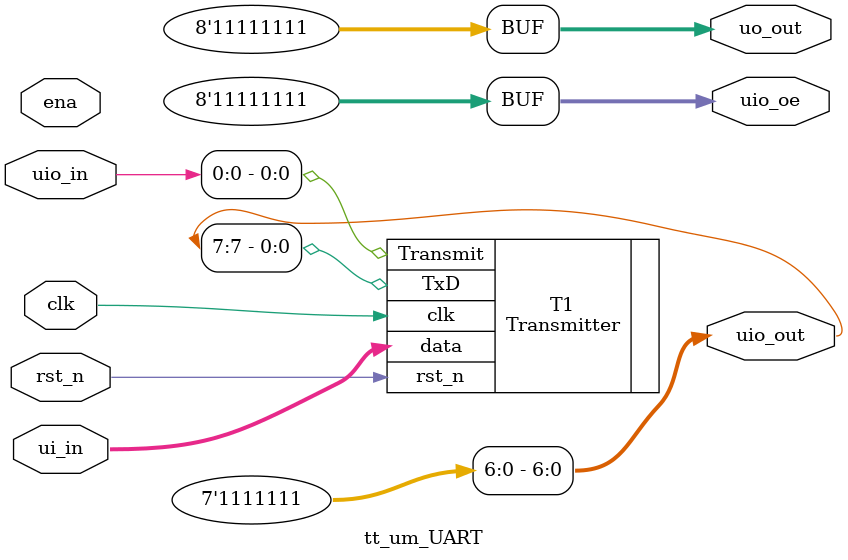
<source format=v>





module tt_um_UART (
    // input [7:0] data,
    
    input ena, clk, rst_n,
    input [7:0] ui_in,    // Dedicated inputs - connected to the input switches
    output [7:0] uo_out,   // IOs: Bidirectional Input path
    
    output [7:0] uio_out,   // Dedicated outputs - connected to the 7 segment display
    
    input [7:0] uio_in,  // IOs: Bidirectional Output path
    output [7:0] uio_oe,   // IOs: Bidirectional Enable path (active high: 0=input, 1=output)
    // output TxD/*, TxD_Debug, rst_n_Debug, Transmit_btn_Debug, clk_Debug,*/
//    output [7:0] anode, ssd
);

    wire Transmit_out;

    assign uo_out = 8'b11111111;
    assign uio_out[6:0] = 7'b1111111;
    assign uio_oe = 8'b11111111;
    
    Transmitter T1(
        .clk(clk), 
        .rst_n(rst_n), 
        .Transmit(uio_in[0]/* Transmit_btn*/),
        .data(ui_in),
        
        .TxD(uio_out[7])
        );
        
    // debouncer_clock DB(
    //         .i_Clk(clk), 
    //         .i_Switch(Transmit_btn), 
    //         .o_Switch(Transmit_out)
    //         );
            
//   SSD_Display(
//            .clk(clk), 
//            .rst(rst),
//            .anode(anode), 
//            .ssd(ssd), 
//            .data_in(data)
//            );
   
   
/*   assign TxD_Debug = TxD;
   assign rst_n_Debug = rst;
   assign Transmit_btn_Debug = Transmit_btn;
   assign clk_Debug = clk;
   */
   
   
    

endmodule





</source>
